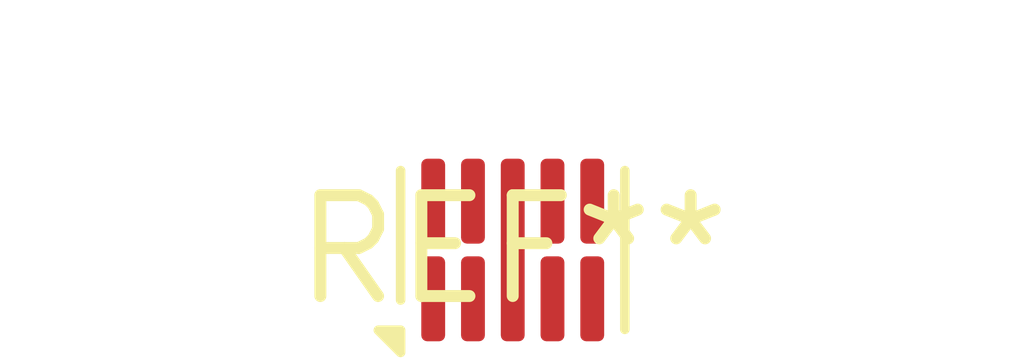
<source format=kicad_pcb>
(kicad_pcb (version 20240108) (generator pcbnew)
  (layers (0 "F.Cu" signal) (31 "B.Cu" signal) (34 "B.Paste" user) (35 "F.Paste" user) (36 "B.SilkS" user "B.Silkscreen") (37 "F.SilkS" user "F.Silkscreen") (38 "B.Mask" user) (39 "F.Mask" user) (44 "Edge.Cuts" user))
  (net 0 "")
  (footprint "SOT-1333-1" (layer "F.Cu") (at 0 0)
    (property "Reference" "REF**")
    (property "Value" "SOT-1333-1")
    (fp_line (start -1.41 -1) (end -1.41 0.63) (layer "F.SilkS") (stroke (width 0.12)))
    (fp_line (start 1.41 -1) (end 1.41 1) (layer "F.SilkS") (stroke (width 0.12)))
    (fp_poly (pts (xy -1.41 1.01) (xy -1.41 1.29) (xy -1.69 1.01) (xy -1.41 1.01)) (layer "F.SilkS") (stroke (width 0.12)) (fill solid))
    (pad "1" smd roundrect (at -1 0.615) (size 0.3 1.07) (layers "F.Cu" "F.Paste" "F.Mask"))
    (pad "2" smd roundrect (at -0.5 0.615) (size 0.3 1.07) (layers "F.Cu" "F.Paste" "F.Mask"))
    (pad "3" smd roundrect (at 0 0) (size 0.3 2.3) (layers "F.Cu" "F.Paste" "F.Mask"))
    (pad "4" smd roundrect (at 0.5 0.615) (size 0.3 1.07) (layers "F.Cu" "F.Paste" "F.Mask"))
    (pad "5" smd roundrect (at 1 0.615) (size 0.3 1.07) (layers "F.Cu" "F.Paste" "F.Mask"))
    (pad "6" smd roundrect (at 1 -0.615) (size 0.3 1.07) (layers "F.Cu" "F.Paste" "F.Mask"))
    (pad "7" smd roundrect (at 0.5 -0.615) (size 0.3 1.07) (layers "F.Cu" "F.Paste" "F.Mask"))
    (pad "8" smd roundrect (at -0.5 -0.615) (size 0.3 1.07) (layers "F.Cu" "F.Paste" "F.Mask"))
    (pad "9" smd roundrect (at -1 -0.615) (size 0.3 1.07) (layers "F.Cu" "F.Paste" "F.Mask"))
  )
)
</source>
